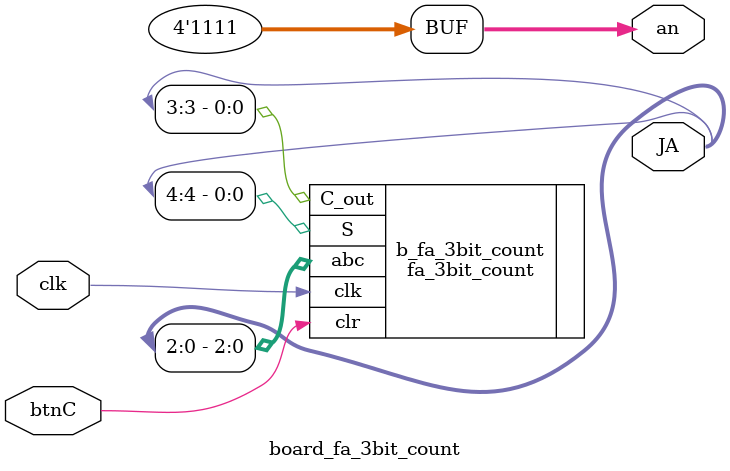
<source format=v>
`timescale 1ns / 1ps


module board_fa_3bit_count(
    input clk,
    input btnC,
//    output [4:0] led,
    output [4:0] JA, //uncomment and comment above line when it's PMOD time
    output [3:0] an //just to make sure the display doesn't light up 
    );
  
  assign an=4'b1111;
  
  fa_3bit_count b_fa_3bit_count(
    .clk(clk),
    .clr(btnC),
//    .S(led[4]),.C_out(led[3]),.abc(led[2:0])
    .S(JA[4]),.C_out(JA[3]),.abc(JA[2:0]) //uncomment and comment above line when it's PMOD time
  );
endmodule

</source>
